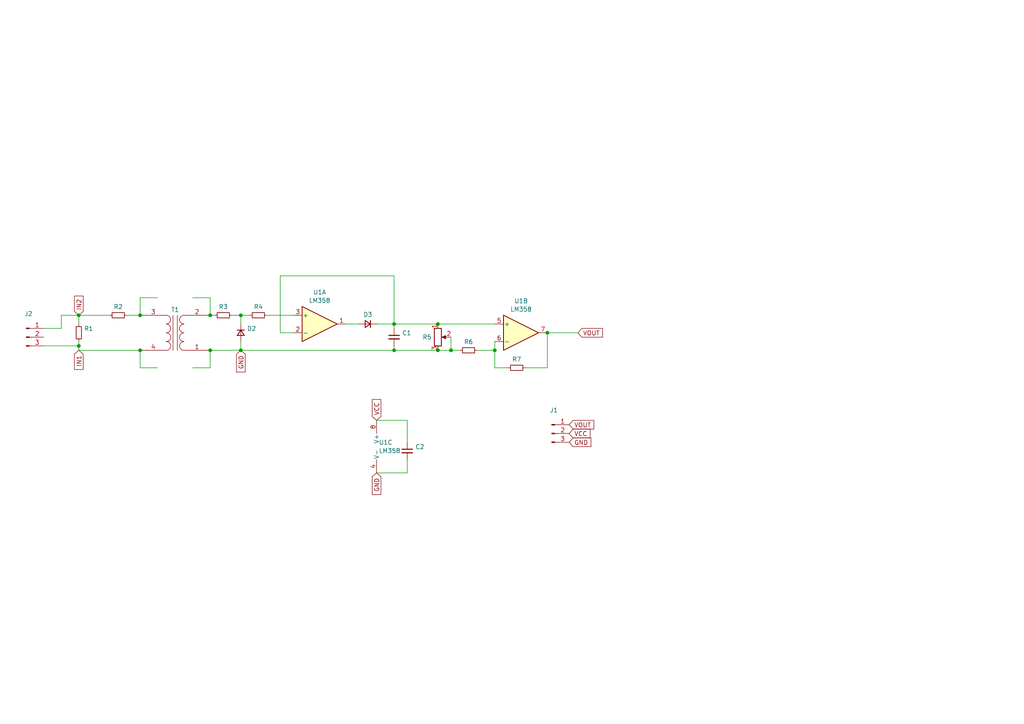
<source format=kicad_sch>
(kicad_sch (version 20231120) (generator "eeschema") (generator_version "8.0")
  (paper "A4")
  (lib_symbols
    (symbol "Amplifier_Operational:LM358" (pin_names (offset 0.127))
      (property "Reference" "U" (at 0 5.08 0))
      (property "Value" "LM358" (at 0 -5.08 0))
      (symbol "LM358_1_1"
        (polyline (pts (xy -5.08 5.08) (xy 5.08 0) (xy -5.08 -5.08) (xy -5.08 5.08)) (stroke (width 0.254)) (fill (type background)))
        (pin output line (at 7.62 0 180) (length 2.54) (name "~") (number "1"))
        (pin input line (at -7.62 -2.54 0) (length 2.54) (name "-") (number "2"))
        (pin input line (at -7.62 2.54 0) (length 2.54) (name "+") (number "3"))
      )
      (symbol "LM358_2_1"
        (polyline (pts (xy -5.08 5.08) (xy 5.08 0) (xy -5.08 -5.08) (xy -5.08 5.08)) (stroke (width 0.254)) (fill (type background)))
        (pin input line (at -7.62 2.54 0) (length 2.54) (name "+") (number "5"))
        (pin input line (at -7.62 -2.54 0) (length 2.54) (name "-") (number "6"))
        (pin output line (at 7.62 0 180) (length 2.54) (name "~") (number "7"))
      )
      (symbol "LM358_3_1"
        (pin power_in line (at -2.54 -7.62 90) (length 3.81) (name "V-") (number "4"))
        (pin power_in line (at -2.54 7.62 270) (length 3.81) (name "V+") (number "8"))
      )
    )
    (symbol "Connector:Conn_01x03_Pin" (pin_names (offset 1.016) hide)
      (property "Reference" "J" (at 0 5.08 0))
      (property "Value" "Conn_01x03_Pin" (at 0 -5.08 0))
      (symbol "Conn_01x03_Pin_1_1"
        (polyline (pts (xy 1.27 -2.54) (xy 0.8636 -2.54)) (stroke (width 0.1524)))
        (polyline (pts (xy 1.27 0) (xy 0.8636 0)) (stroke (width 0.1524)))
        (polyline (pts (xy 1.27 2.54) (xy 0.8636 2.54)) (stroke (width 0.1524)))
        (rectangle (start 0.8636 -2.413) (end 0 -2.667) (stroke (width 0.1524)) (fill (type outline)))
        (rectangle (start 0.8636 0.127) (end 0 -0.127) (stroke (width 0.1524)) (fill (type outline)))
        (rectangle (start 0.8636 2.667) (end 0 2.413) (stroke (width 0.1524)) (fill (type outline)))
        (pin passive line (at 5.08 2.54 180) (length 3.81) (name "Pin_1") (number "1"))
        (pin passive line (at 5.08 0 180) (length 3.81) (name "Pin_2") (number "2"))
        (pin passive line (at 5.08 -2.54 180) (length 3.81) (name "Pin_3") (number "3"))
      )
    )
    (symbol "Device:C_Small" (pin_numbers hide) (pin_names (offset 0.254) hide)
      (property "Reference" "C" (at 0.254 1.778 0))
      (property "Value" "C_Small" (at 0.254 -2.032 0))
      (symbol "C_Small_0_1"
        (polyline (pts (xy -1.524 -0.508) (xy 1.524 -0.508)) (stroke (width 0.3302)))
        (polyline (pts (xy -1.524 0.508) (xy 1.524 0.508)) (stroke (width 0.3048)))
      )
      (symbol "C_Small_1_1"
        (pin passive line (at 0 2.54 270) (length 2.032) (name "~") (number "1"))
        (pin passive line (at 0 -2.54 90) (length 2.032) (name "~") (number "2"))
      )
    )
    (symbol "Device:D_Small" (pin_numbers hide) (pin_names (offset 0.254) hide)
      (property "Reference" "D" (at -1.27 2.032 0))
      (property "Value" "D_Small" (at -3.81 -2.032 0))
      (symbol "D_Small_0_1"
        (polyline (pts (xy -0.762 -1.016) (xy -0.762 1.016)) (stroke (width 0.254)))
        (polyline (pts (xy -0.762 0) (xy 0.762 0)))
        (polyline (pts (xy 0.762 -1.016) (xy -0.762 0) (xy 0.762 1.016) (xy 0.762 -1.016)) (stroke (width 0.254)))
      )
      (symbol "D_Small_1_1"
        (pin passive line (at -2.54 0 0) (length 1.778) (name "K") (number "1"))
        (pin passive line (at 2.54 0 180) (length 1.778) (name "A") (number "2"))
      )
    )
    (symbol "Device:R_Potentiometer" (pin_names (offset 1.016) hide)
      (property "Reference" "RV" (at -4.445 0 90))
      (property "Value" "R_Potentiometer" (at -2.54 0 90))
      (symbol "R_Potentiometer_0_1"
        (polyline (pts (xy 2.54 0) (xy 1.524 0)))
        (polyline (pts (xy 1.143 0) (xy 2.286 0.508) (xy 2.286 -0.508) (xy 1.143 0)) (fill (type outline)))
        (rectangle (start 1.016 2.54) (end -1.016 -2.54) (stroke (width 0.254)))
      )
      (symbol "R_Potentiometer_1_1"
        (pin passive line (at 0 3.81 270) (length 1.27) (name "1") (number "1"))
        (pin passive line (at 3.81 0 180) (length 1.27) (name "2") (number "2"))
        (pin passive line (at 0 -3.81 90) (length 1.27) (name "3") (number "3"))
      )
    )
    (symbol "Device:R_Small" (pin_numbers hide) (pin_names (offset 0.254) hide)
      (property "Reference" "R" (at 0.762 0.508 0))
      (property "Value" "R_Small" (at 0.762 -1.016 0))
      (symbol "R_Small_0_1"
        (rectangle (start -0.762 1.778) (end 0.762 -1.778) (stroke (width 0.2032)))
      )
      (symbol "R_Small_1_1"
        (pin passive line (at 0 2.54 270) (length 0.762) (name "~") (number "1"))
        (pin passive line (at 0 -2.54 90) (length 0.762) (name "~") (number "2"))
      )
    )
    (symbol "Device:Transformer_1P_1S" (pin_names (offset 1.016) hide)
      (property "Reference" "T" (at 0 6.35 0))
      (property "Value" "Transformer_1P_1S" (at 0 -7.62 0))
      (symbol "Transformer_1P_1S_0_1"
        (arc (start -2.54 -5.0546) (mid -1.6599 -4.6901) (end -1.27 -3.81))
        (arc (start -2.54 -2.5146) (mid -1.6599 -2.1501) (end -1.27 -1.27))
        (arc (start -2.54 0.0254) (mid -1.6599 0.3899) (end -1.27 1.27))
        (arc (start -2.54 2.5654) (mid -1.6599 2.9299) (end -1.27 3.81))
        (arc (start -1.27 -3.81) (mid -1.642 -2.912) (end -2.54 -2.54))
        (arc (start -1.27 -1.27) (mid -1.642 -0.372) (end -2.54 0))
        (arc (start -1.27 1.27) (mid -1.642 2.168) (end -2.54 2.54))
        (arc (start -1.27 3.81) (mid -1.642 4.708) (end -2.54 5.08))
        (polyline (pts (xy -0.635 5.08) (xy -0.635 -5.08)))
        (polyline (pts (xy 0.635 -5.08) (xy 0.635 5.08)))
        (arc (start 1.2954 -1.27) (mid 1.6599 -2.1501) (end 2.54 -2.5146))
        (arc (start 1.2954 1.27) (mid 1.6599 0.3899) (end 2.54 0.0254))
        (arc (start 1.2954 3.81) (mid 1.6599 2.9299) (end 2.54 2.5654))
        (arc (start 1.3208 -3.81) (mid 1.6853 -4.6901) (end 2.5654 -5.0546))
        (arc (start 2.54 0) (mid 1.642 -0.372) (end 1.2954 -1.27))
        (arc (start 2.54 2.54) (mid 1.642 2.168) (end 1.2954 1.27))
        (arc (start 2.54 5.08) (mid 1.642 4.708) (end 1.2954 3.81))
        (arc (start 2.5654 -2.54) (mid 1.6674 -2.912) (end 1.3208 -3.81))
      )
      (symbol "Transformer_1P_1S_1_1"
        (pin passive line (at -10.16 5.08 0) (length 7.62) (name "AA") (number "1"))
        (pin passive line (at -10.16 -5.08 0) (length 7.62) (name "AB") (number "2"))
        (pin passive line (at 10.16 -5.08 180) (length 7.62) (name "SA") (number "3"))
        (pin passive line (at 10.16 5.08 180) (length 7.62) (name "SB") (number "4"))
      )
    )
  )
  (junction (at 127 93.98))
  (junction (at 114.3 93.98))
  (junction (at 22.86 100.33))
  (junction (at 60.96 101.6))
  (junction (at 40.64 91.44))
  (junction (at 60.96 91.44))
  (junction (at 22.86 91.44))
  (junction (at 158.75 96.52))
  (junction (at 143.51 101.6))
  (junction (at 69.85 91.44))
  (junction (at 127 101.6))
  (junction (at 114.3 101.6))
  (junction (at 130.81 101.6))
  (junction (at 40.64 101.6))
  (junction (at 69.85 101.6))
  (wire (pts (xy 143.51 101.6) (xy 143.51 106.68)))
  (wire (pts (xy 127 101.6) (xy 130.81 101.6)))
  (wire (pts (xy 114.3 93.98) (xy 114.3 95.25)))
  (wire (pts (xy 22.86 101.6) (xy 22.86 100.33)))
  (wire (pts (xy 109.22 137.16) (xy 118.11 137.16)))
  (wire (pts (xy 118.11 133.35) (xy 118.11 137.16)))
  (wire (pts (xy 114.3 100.33) (xy 114.3 101.6)))
  (wire (pts (xy 158.75 106.68) (xy 152.4 106.68)))
  (wire (pts (xy 17.78 91.44) (xy 22.86 91.44)))
  (wire (pts (xy 81.28 96.52) (xy 81.28 80.01)))
  (wire (pts (xy 127 93.98) (xy 143.51 93.98)))
  (wire (pts (xy 12.7 95.25) (xy 17.78 95.25)))
  (wire (pts (xy 118.11 128.27) (xy 118.11 121.92)))
  (wire (pts (xy 158.75 96.52) (xy 158.75 106.68)))
  (wire (pts (xy 72.39 91.44) (xy 69.85 91.44)))
  (wire (pts (xy 127 101.6) (xy 114.3 101.6)))
  (wire (pts (xy 130.81 97.79) (xy 130.81 101.6)))
  (wire (pts (xy 55.88 86.36) (xy 60.96 86.36)))
  (wire (pts (xy 40.64 106.68) (xy 40.64 101.6)))
  (wire (pts (xy 81.28 80.01) (xy 114.3 80.01)))
  (wire (pts (xy 12.7 100.33) (xy 22.86 100.33)))
  (wire (pts (xy 22.86 100.33) (xy 22.86 99.06)))
  (wire (pts (xy 40.64 91.44) (xy 40.64 86.36)))
  (wire (pts (xy 138.43 101.6) (xy 143.51 101.6)))
  (wire (pts (xy 77.47 91.44) (xy 85.09 91.44)))
  (wire (pts (xy 85.09 96.52) (xy 81.28 96.52)))
  (wire (pts (xy 127 93.98) (xy 127 95.25)))
  (wire (pts (xy 158.75 96.52) (xy 167.64 96.52)))
  (wire (pts (xy 40.64 86.36) (xy 45.72 86.36)))
  (wire (pts (xy 118.11 121.92) (xy 109.22 121.92)))
  (wire (pts (xy 60.96 86.36) (xy 60.96 91.44)))
  (wire (pts (xy 69.85 99.06) (xy 69.85 101.6)))
  (wire (pts (xy 69.85 91.44) (xy 69.85 93.98)))
  (wire (pts (xy 22.86 91.44) (xy 22.86 93.98)))
  (wire (pts (xy 114.3 93.98) (xy 127 93.98)))
  (wire (pts (xy 45.72 106.68) (xy 40.64 106.68)))
  (wire (pts (xy 114.3 80.01) (xy 114.3 93.98)))
  (wire (pts (xy 60.96 91.44) (xy 62.23 91.44)))
  (wire (pts (xy 60.96 106.68) (xy 55.88 106.68)))
  (wire (pts (xy 40.64 101.6) (xy 22.86 101.6)))
  (wire (pts (xy 104.14 93.98) (xy 100.33 93.98)))
  (wire (pts (xy 36.83 91.44) (xy 40.64 91.44)))
  (wire (pts (xy 67.31 91.44) (xy 69.85 91.44)))
  (wire (pts (xy 69.85 101.6) (xy 114.3 101.6)))
  (wire (pts (xy 109.22 93.98) (xy 114.3 93.98)))
  (wire (pts (xy 69.85 101.6) (xy 60.96 101.6)))
  (wire (pts (xy 130.81 101.6) (xy 133.35 101.6)))
  (wire (pts (xy 60.96 101.6) (xy 60.96 106.68)))
  (wire (pts (xy 143.51 99.06) (xy 143.51 101.6)))
  (wire (pts (xy 17.78 95.25) (xy 17.78 91.44)))
  (wire (pts (xy 143.51 106.68) (xy 147.32 106.68)))
  (wire (pts (xy 127 100.33) (xy 127 101.6)))
  (wire (pts (xy 31.75 91.44) (xy 22.86 91.44)))
  (global_label "VCC" (shape input) (at 109.22 121.92 90) (property "Intersheetrefs" "${INTERSHEET_REFS}" (effects (hide yes))))
  (global_label "GND" (shape input) (at 109.22 137.16 270) (property "Intersheetrefs" "${INTERSHEET_REFS}" (effects (hide yes))))
  (global_label "GND" (shape input) (at 165.1 128.27 0) (property "Intersheetrefs" "${INTERSHEET_REFS}" (effects (hide yes))))
  (global_label "VOUT" (shape input) (at 165.1 123.19 0) (property "Intersheetrefs" "${INTERSHEET_REFS}" (effects (hide yes))))
  (global_label "IN2" (shape input) (at 22.86 91.44 90) (property "Intersheetrefs" "${INTERSHEET_REFS}" (effects (hide yes))))
  (global_label "VCC" (shape input) (at 165.1 125.73 0) (property "Intersheetrefs" "${INTERSHEET_REFS}" (effects (hide yes))))
  (global_label "IN1" (shape input) (at 22.86 101.6 270) (property "Intersheetrefs" "${INTERSHEET_REFS}" (effects (hide yes))))
  (global_label "VOUT" (shape input) (at 167.64 96.52 0) (property "Intersheetrefs" "${INTERSHEET_REFS}" (effects (hide yes))))
  (global_label "GND" (shape input) (at 69.85 101.6 270) (property "Intersheetrefs" "${INTERSHEET_REFS}" (effects (hide yes))))
  (symbol (lib_id "Device:R_Small") (at 149.86 106.68 90) (unit 1)
    (property "Reference" "R7" (at 149.86 104.2233 90))
    (property "Value" "R_Small" (effects (hide yes)))
    (property "Footprint" "Resistor_SMD:R_1206_3216Metric_Pad1.30x1.75mm_HandSolder" (effects (hide yes)))
    (property "Description" "Resistor, small symbol" (effects (hide yes)))
  )
  (symbol (lib_id "Device:C_Small") (at 118.11 130.81 0) (unit 1)
    (property "Reference" "C2" (at 120.4341 129.6041 0) (effects (justify left)))
    (property "Value" "C_Small" (effects (hide yes)))
    (property "Footprint" "Capacitor_SMD:C_1206_3216Metric_Pad1.33x1.80mm_HandSolder" (effects (hide yes)))
    (property "Description" "Unpolarized capacitor, small symbol" (effects (hide yes)))
  )
  (symbol (lib_id "Device:R_Small") (at 22.86 96.52 180) (unit 1)
    (property "Reference" "R1" (at 24.3586 95.3078 0) (effects (justify right)))
    (property "Value" "R_Small" (effects (hide yes)))
    (property "Footprint" "Resistor_SMD:R_2512_6332Metric_Pad1.40x3.35mm_HandSolder" (effects (hide yes)))
    (property "Description" "Resistor, small symbol" (effects (hide yes)))
  )
  (symbol (lib_id "Device:D_Small") (at 69.85 96.52 270) (unit 1)
    (property "Reference" "D2" (at 71.628 95.3078 90) (effects (justify left)))
    (property "Value" "D_Small" (effects (hide yes)))
    (property "Footprint" "Diode_SMD:D_MicroMELF_Handsoldering" (effects (hide yes)))
    (property "Description" "Diode, small symbol" (effects (hide yes)))
    (property "Sim.Device" "D" (effects (hide yes)))
    (property "Sim.Pins" "1=K 2=A" (effects (hide yes)))
  )
  (symbol (lib_id "Device:R_Small") (at 74.93 91.44 270) (unit 1)
    (property "Reference" "R4" (at 74.93 88.9833 90))
    (property "Value" "R_Small" (effects (hide yes)))
    (property "Footprint" "Resistor_SMD:R_1206_3216Metric_Pad1.30x1.75mm_HandSolder" (effects (hide yes)))
    (property "Description" "Resistor, small symbol" (effects (hide yes)))
  )
  (symbol (lib_id "Device:R_Small") (at 64.77 91.44 270) (unit 1)
    (property "Reference" "R3" (at 64.77 88.9833 90))
    (property "Value" "R_Small" (effects (hide yes)))
    (property "Footprint" "Resistor_SMD:R_1206_3216Metric_Pad1.30x1.75mm_HandSolder" (effects (hide yes)))
    (property "Description" "Resistor, small symbol" (effects (hide yes)))
  )
  (symbol (lib_id "Connector:Conn_01x03_Pin") (at 160.02 125.73 0) (unit 1)
    (property "Reference" "J1" (at 160.655 118.9693 0))
    (property "Value" "Conn_01x03_Pin" (effects (hide yes)))
    (property "Footprint" "Connector_PinHeader_2.54mm:PinHeader_1x03_P2.54mm_Vertical" (effects (hide yes)))
    (property "Description" "Generic connector, single row, 01x03, script generated" (effects (hide yes)))
  )
  (symbol (lib_id "Amplifier_Operational:LM358") (at 111.76 129.54 0) (unit 3)
    (property "Reference" "U1" (at 109.855 128.3278 0) (effects (justify left)))
    (property "Value" "LM358" (at 109.855 130.7521 0) (effects (justify left)))
    (property "Footprint" "Package_SO:SO-8_3.9x4.9mm_P1.27mm" (effects (hide yes)))
    (property "Datasheet" "http://www.ti.com/lit/ds/symlink/lm2904-n.pdf" (effects (hide yes)))
    (property "Description" "Low-Power, Dual Operational Amplifiers, DIP-8/SOIC-8/TO-99-8" (effects (hide yes)))
  )
  (symbol (lib_id "Amplifier_Operational:LM358") (at 92.71 93.98 0) (unit 1)
    (property "Reference" "U1" (at 92.71 84.7555 0))
    (property "Value" "LM358" (at 92.71 87.1798 0))
    (property "Footprint" "Package_SO:SO-8_3.9x4.9mm_P1.27mm" (effects (hide yes)))
    (property "Datasheet" "http://www.ti.com/lit/ds/symlink/lm2904-n.pdf" (effects (hide yes)))
    (property "Description" "Low-Power, Dual Operational Amplifiers, DIP-8/SOIC-8/TO-99-8" (effects (hide yes)))
  )
  (symbol (lib_id "Device:R_Small") (at 135.89 101.6 90) (unit 1)
    (property "Reference" "R6" (at 135.89 99.1433 90))
    (property "Value" "R_Small" (effects (hide yes)))
    (property "Footprint" "Resistor_SMD:R_1206_3216Metric_Pad1.30x1.75mm_HandSolder" (effects (hide yes)))
    (property "Description" "Resistor, small symbol" (effects (hide yes)))
  )
  (symbol (lib_id "Connector:Conn_01x03_Pin") (at 7.62 97.79 0) (unit 1)
    (property "Reference" "J2" (at 8.255 91.0293 0))
    (property "Value" "Conn_01x03_Pin" (effects (hide yes)))
    (property "Footprint" "Connector_PinHeader_2.54mm:PinHeader_1x03_P2.54mm_Vertical" (effects (hide yes)))
    (property "Description" "Generic connector, single row, 01x03, script generated" (effects (hide yes)))
  )
  (symbol (lib_id "Device:Transformer_1P_1S") (at 50.8 96.52 180) (unit 1)
    (property "Reference" "T1" (at 50.7873 89.8468 0))
    (property "Value" "Transformer_1P_1S" (effects (hide yes)))
    (property "Footprint" "Transformer_THT:Transformer_Zeming_ZMPT101K" (effects (hide yes)))
    (property "Description" "Transformer, single primary, single secondary" (effects (hide yes)))
  )
  (symbol (lib_id "Device:D_Small") (at 106.68 93.98 180) (unit 1)
    (property "Reference" "D3" (at 106.68 91.2439 0))
    (property "Value" "D_Small" (effects (hide yes)))
    (property "Footprint" "Diode_SMD:D_MicroMELF_Handsoldering" (effects (hide yes)))
    (property "Description" "Diode, small symbol" (effects (hide yes)))
    (property "Sim.Device" "D" (effects (hide yes)))
    (property "Sim.Pins" "1=K 2=A" (effects (hide yes)))
  )
  (symbol (lib_id "Device:R_Potentiometer") (at 127 97.79 0) (unit 1)
    (property "Reference" "R5" (at 125.2221 97.79 0) (effects (justify right)))
    (property "Value" "R_Small" (effects (hide yes)))
    (property "Footprint" "Potentiometer_THT:Potentiometer_Bourns_3266Y_Vertical" (effects (hide yes)))
    (property "Description" "Potentiometer" (effects (hide yes)))
  )
  (symbol (lib_id "Device:C_Small") (at 114.3 97.79 0) (unit 1)
    (property "Reference" "C1" (at 116.6241 96.5841 0) (effects (justify left)))
    (property "Value" "C_Small" (effects (hide yes)))
    (property "Footprint" "Capacitor_SMD:C_1206_3216Metric_Pad1.33x1.80mm_HandSolder" (effects (hide yes)))
    (property "Description" "Unpolarized capacitor, small symbol" (effects (hide yes)))
  )
  (symbol (lib_id "Amplifier_Operational:LM358") (at 151.13 96.52 0) (unit 2)
    (property "Reference" "U1" (at 151.13 87.2955 0))
    (property "Value" "LM358" (at 151.13 89.7198 0))
    (property "Footprint" "Package_SO:SO-8_3.9x4.9mm_P1.27mm" (effects (hide yes)))
    (property "Datasheet" "http://www.ti.com/lit/ds/symlink/lm2904-n.pdf" (effects (hide yes)))
    (property "Description" "Low-Power, Dual Operational Amplifiers, DIP-8/SOIC-8/TO-99-8" (effects (hide yes)))
  )
  (symbol (lib_id "Device:R_Small") (at 34.29 91.44 270) (unit 1)
    (property "Reference" "R2" (at 34.29 88.9833 90))
    (property "Value" "R_Small" (effects (hide yes)))
    (property "Footprint" "Resistor_SMD:R_1206_3216Metric_Pad1.30x1.75mm_HandSolder" (effects (hide yes)))
    (property "Description" "Resistor, small symbol" (effects (hide yes)))
  )
)
</source>
